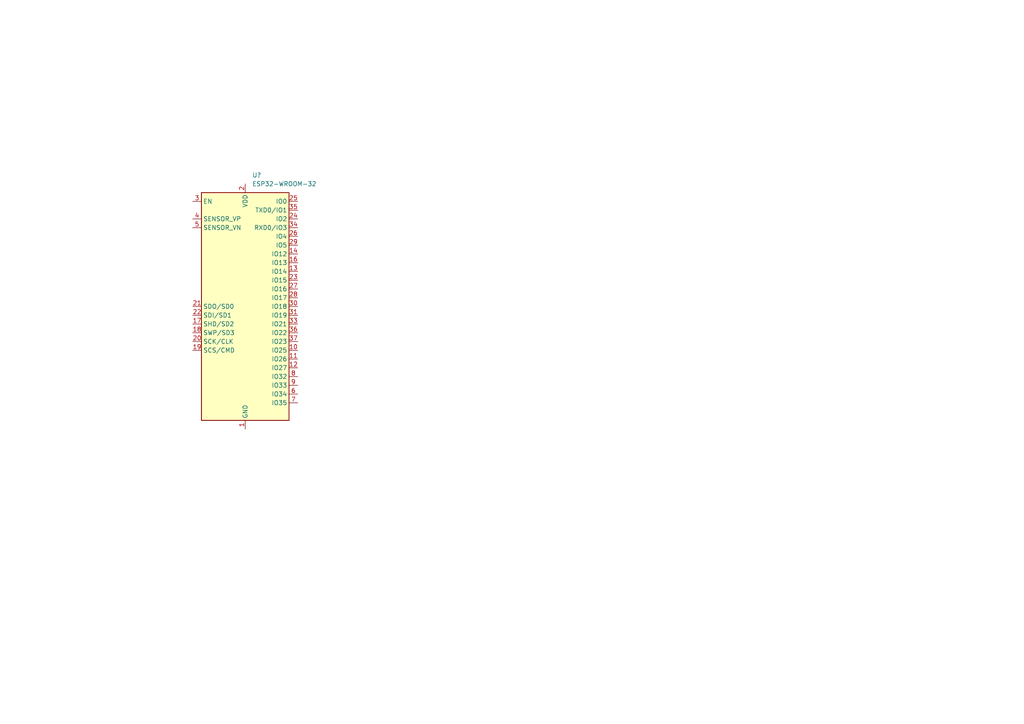
<source format=kicad_sch>
(kicad_sch (version 20211123) (generator eeschema)
  (paper "A4")
  (lib_symbols
    (symbol "RF_Module:ESP32-WROOM-32"
      (property "Reference" "U" (at -12.7 34.29 0))
      (property "Value" "ESP32-WROOM-32" (at 1.27 34.29 0))
      (symbol "ESP32-WROOM-32_0_1"
        (rectangle (start -12.7 33.02) (end 12.7 -33.02) (stroke (width 0.254)) (fill (type background)))
      )
      (symbol "ESP32-WROOM-32_1_1"
        (pin power_in line (at 0 -35.56 90) (length 2.54) (name "GND") (number "1"))
        (pin bidirectional line (at 15.24 -12.7 180) (length 2.54) (name "IO25") (number "10"))
        (pin bidirectional line (at 15.24 -15.24 180) (length 2.54) (name "IO26") (number "11"))
        (pin bidirectional line (at 15.24 -17.78 180) (length 2.54) (name "IO27") (number "12"))
        (pin bidirectional line (at 15.24 10.16 180) (length 2.54) (name "IO14") (number "13"))
        (pin bidirectional line (at 15.24 15.24 180) (length 2.54) (name "IO12") (number "14"))
        (pin passive line (at 0 -35.56 90) (length 2.54) hide (name "GND") (number "15"))
        (pin bidirectional line (at 15.24 12.7 180) (length 2.54) (name "IO13") (number "16"))
        (pin bidirectional line (at -15.24 -5.08 0) (length 2.54) (name "SHD/SD2") (number "17"))
        (pin bidirectional line (at -15.24 -7.62 0) (length 2.54) (name "SWP/SD3") (number "18"))
        (pin bidirectional line (at -15.24 -12.7 0) (length 2.54) (name "SCS/CMD") (number "19"))
        (pin power_in line (at 0 35.56 270) (length 2.54) (name "VDD") (number "2"))
        (pin bidirectional line (at -15.24 -10.16 0) (length 2.54) (name "SCK/CLK") (number "20"))
        (pin bidirectional line (at -15.24 0 0) (length 2.54) (name "SDO/SD0") (number "21"))
        (pin bidirectional line (at -15.24 -2.54 0) (length 2.54) (name "SDI/SD1") (number "22"))
        (pin bidirectional line (at 15.24 7.62 180) (length 2.54) (name "IO15") (number "23"))
        (pin bidirectional line (at 15.24 25.4 180) (length 2.54) (name "IO2") (number "24"))
        (pin bidirectional line (at 15.24 30.48 180) (length 2.54) (name "IO0") (number "25"))
        (pin bidirectional line (at 15.24 20.32 180) (length 2.54) (name "IO4") (number "26"))
        (pin bidirectional line (at 15.24 5.08 180) (length 2.54) (name "IO16") (number "27"))
        (pin bidirectional line (at 15.24 2.54 180) (length 2.54) (name "IO17") (number "28"))
        (pin bidirectional line (at 15.24 17.78 180) (length 2.54) (name "IO5") (number "29"))
        (pin input line (at -15.24 30.48 0) (length 2.54) (name "EN") (number "3"))
        (pin bidirectional line (at 15.24 0 180) (length 2.54) (name "IO18") (number "30"))
        (pin bidirectional line (at 15.24 -2.54 180) (length 2.54) (name "IO19") (number "31"))
        (pin no_connect line (at -12.7 -27.94 0) (length 2.54) hide (name "NC") (number "32"))
        (pin bidirectional line (at 15.24 -5.08 180) (length 2.54) (name "IO21") (number "33"))
        (pin bidirectional line (at 15.24 22.86 180) (length 2.54) (name "RXD0/IO3") (number "34"))
        (pin bidirectional line (at 15.24 27.94 180) (length 2.54) (name "TXD0/IO1") (number "35"))
        (pin bidirectional line (at 15.24 -7.62 180) (length 2.54) (name "IO22") (number "36"))
        (pin bidirectional line (at 15.24 -10.16 180) (length 2.54) (name "IO23") (number "37"))
        (pin passive line (at 0 -35.56 90) (length 2.54) hide (name "GND") (number "38"))
        (pin passive line (at 0 -35.56 90) (length 2.54) hide (name "GND") (number "39"))
        (pin input line (at -15.24 25.4 0) (length 2.54) (name "SENSOR_VP") (number "4"))
        (pin input line (at -15.24 22.86 0) (length 2.54) (name "SENSOR_VN") (number "5"))
        (pin input line (at 15.24 -25.4 180) (length 2.54) (name "IO34") (number "6"))
        (pin input line (at 15.24 -27.94 180) (length 2.54) (name "IO35") (number "7"))
        (pin bidirectional line (at 15.24 -20.32 180) (length 2.54) (name "IO32") (number "8"))
        (pin bidirectional line (at 15.24 -22.86 180) (length 2.54) (name "IO33") (number "9"))
      )
    )
  )
  (symbol (lib_id "RF_Module:ESP32-WROOM-32") (at 71.12 88.9 0) (unit 1)
    (property "Reference" "U?" (at 73.1394 50.8 0) (effects (justify left)))
    (property "Value" "ESP32-WROOM-32" (at 73.1394 53.34 0) (effects (justify left)))
    (property "Footprint" "RF_Module:ESP32-WROOM-32" (effects hide))
    (property "Datasheet" "https://www.espressif.com/sites/default/files/documentation/esp32-wroom-32_datasheet_en.pdf" (effects hide))
  )
)
</source>
